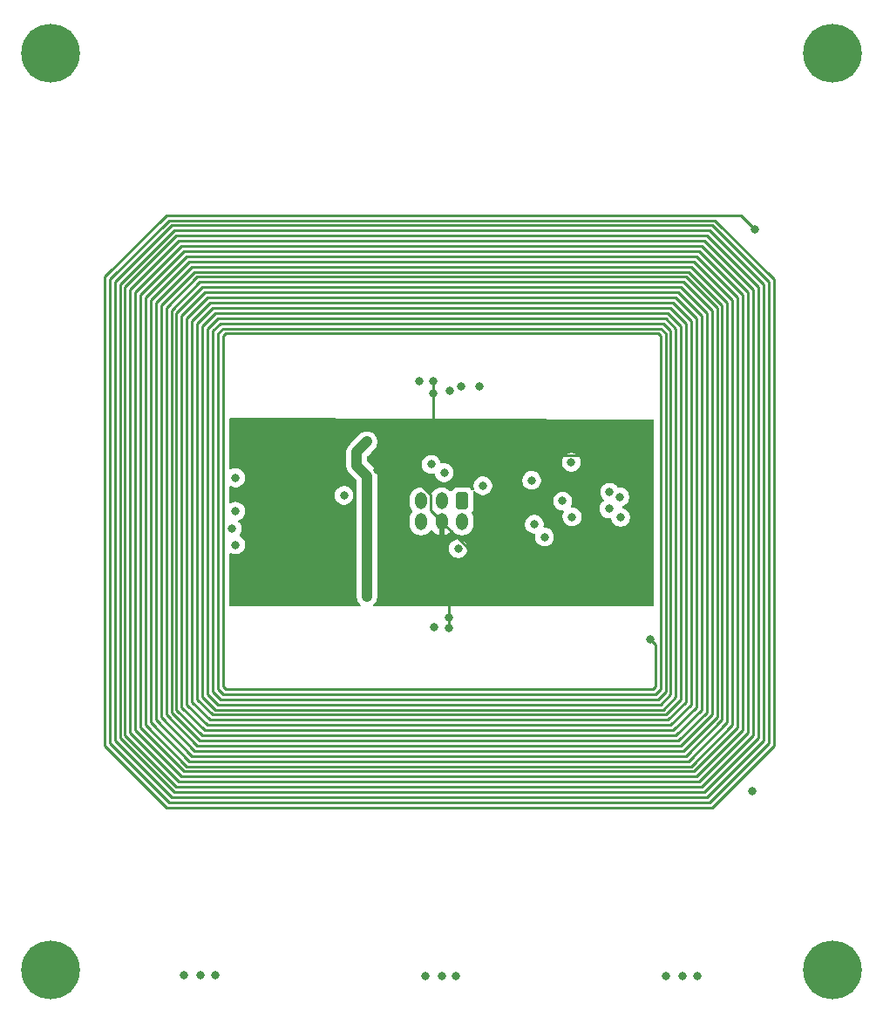
<source format=gbr>
%TF.GenerationSoftware,KiCad,Pcbnew,9.0.0*%
%TF.CreationDate,2025-09-01T12:08:49-07:00*%
%TF.ProjectId,XY_Faces_V3,58595f46-6163-4657-935f-56332e6b6963,3.0*%
%TF.SameCoordinates,Original*%
%TF.FileFunction,Copper,L3,Inr*%
%TF.FilePolarity,Positive*%
%FSLAX46Y46*%
G04 Gerber Fmt 4.6, Leading zero omitted, Abs format (unit mm)*
G04 Created by KiCad (PCBNEW 9.0.0) date 2025-09-01 12:08:49*
%MOMM*%
%LPD*%
G01*
G04 APERTURE LIST*
G04 Aperture macros list*
%AMRoundRect*
0 Rectangle with rounded corners*
0 $1 Rounding radius*
0 $2 $3 $4 $5 $6 $7 $8 $9 X,Y pos of 4 corners*
0 Add a 4 corners polygon primitive as box body*
4,1,4,$2,$3,$4,$5,$6,$7,$8,$9,$2,$3,0*
0 Add four circle primitives for the rounded corners*
1,1,$1+$1,$2,$3*
1,1,$1+$1,$4,$5*
1,1,$1+$1,$6,$7*
1,1,$1+$1,$8,$9*
0 Add four rect primitives between the rounded corners*
20,1,$1+$1,$2,$3,$4,$5,0*
20,1,$1+$1,$4,$5,$6,$7,0*
20,1,$1+$1,$6,$7,$8,$9,0*
20,1,$1+$1,$8,$9,$2,$3,0*%
G04 Aperture macros list end*
%TA.AperFunction,ComponentPad*%
%ADD10C,5.700000*%
%TD*%
%TA.AperFunction,ComponentPad*%
%ADD11RoundRect,0.250000X0.350000X0.575000X-0.350000X0.575000X-0.350000X-0.575000X0.350000X-0.575000X0*%
%TD*%
%TA.AperFunction,ComponentPad*%
%ADD12O,1.200000X1.650000*%
%TD*%
%TA.AperFunction,ViaPad*%
%ADD13C,0.800000*%
%TD*%
%TA.AperFunction,Conductor*%
%ADD14C,0.250000*%
%TD*%
%TA.AperFunction,Conductor*%
%ADD15C,1.000000*%
%TD*%
G04 APERTURE END LIST*
D10*
%TO.N,unconnected-(J2-Pin_1-Pad1)*%
%TO.C,J2*%
X106500000Y-70300000D03*
%TD*%
%TO.N,unconnected-(J3-Pin_1-Pad1)*%
%TO.C,J3*%
X106500000Y-159300000D03*
%TD*%
%TO.N,unconnected-(J4-Pin_1-Pad1)*%
%TO.C,J4*%
X182500000Y-70300000D03*
%TD*%
%TO.N,unconnected-(J5-Pin_1-Pad1)*%
%TO.C,J5*%
X182500000Y-159300000D03*
%TD*%
D11*
%TO.N,GND*%
%TO.C,CN1*%
X146500001Y-113750001D03*
D12*
%TO.N,SDAIN*%
X146500001Y-115750002D03*
%TO.N,VSOLAR*%
X144500000Y-113750001D03*
%TO.N,+3V3*%
X144500001Y-115750001D03*
%TO.N,VSOLAR*%
X142500001Y-113750001D03*
%TO.N,SCLIN*%
X142500000Y-115750001D03*
%TD*%
D13*
%TO.N,+3V3*%
X145200000Y-125100000D03*
%TO.N,GND*%
X145272182Y-103027818D03*
X143800000Y-126000000D03*
%TO.N,+3V3*%
X143700000Y-103300000D03*
X145200000Y-126100000D03*
X143700000Y-102100000D03*
%TO.N,VSOLAR*%
X148200000Y-102600000D03*
X146400000Y-102600000D03*
%TO.N,SCLIN*%
X142300000Y-102100000D03*
%TO.N,GND*%
X153500000Y-116000000D03*
X154500000Y-117250000D03*
X146112347Y-118387653D03*
X153250000Y-111750000D03*
X169300000Y-159860000D03*
X160825000Y-112900000D03*
X157100000Y-110000000D03*
X144520000Y-159900000D03*
X119500000Y-159800000D03*
X167920000Y-159860000D03*
X144750000Y-111000000D03*
X142900000Y-159900000D03*
X166300000Y-159860000D03*
X145900000Y-159900000D03*
X135015253Y-113208948D03*
X121120000Y-159800000D03*
X124150000Y-116450000D03*
X122500000Y-159800000D03*
X160750000Y-114500000D03*
%TO.N,+3V3*%
X150250000Y-111000000D03*
X163300000Y-116900000D03*
X138227388Y-110744462D03*
X135750000Y-115750000D03*
X140346149Y-114850001D03*
X160750000Y-109750000D03*
X158775000Y-116900000D03*
X155500000Y-109750000D03*
%TO.N,VSOLAR*%
X124500000Y-114750000D03*
X124500000Y-111500000D03*
X124500000Y-118000000D03*
%TO.N,/SDA*%
X157165885Y-115284647D03*
X156250000Y-113750000D03*
%TO.N,/SCL*%
X148508348Y-112272245D03*
X143496487Y-110201487D03*
%TO.N,Net-(SC3--)*%
X137250000Y-123000000D03*
X136250000Y-109000000D03*
X137250000Y-108000000D03*
X137250000Y-121000000D03*
%TO.N,Net-(U3-OUT+)*%
X161890000Y-115330000D03*
X174680000Y-141950000D03*
X161820000Y-113350000D03*
X164800000Y-127190000D03*
X174900000Y-87350000D03*
%TD*%
D14*
%TO.N,+3V3*%
X145200000Y-125000000D02*
X145200000Y-126100000D01*
X145200000Y-123100000D02*
X145300000Y-123000000D01*
X145200000Y-125000000D02*
X145200000Y-123100000D01*
X143700000Y-102100000D02*
X143700000Y-106500000D01*
X158775000Y-116900000D02*
X163300000Y-116900000D01*
X143426001Y-114676001D02*
X143426001Y-113141439D01*
X147355000Y-118605000D02*
X144500001Y-115750001D01*
X163300000Y-116900000D02*
X163300000Y-112300000D01*
X144500001Y-115750001D02*
X143426001Y-114676001D01*
X150050000Y-118605000D02*
X147355000Y-118605000D01*
X157070000Y-118605000D02*
X158775000Y-116900000D01*
X143426001Y-113141439D02*
X141029024Y-110744462D01*
X150250000Y-111000000D02*
X151500000Y-109750000D01*
X141029024Y-110744462D02*
X138227388Y-110744462D01*
X150050000Y-111200000D02*
X150050000Y-118605000D01*
X150050000Y-118605000D02*
X157070000Y-118605000D01*
X163300000Y-112300000D02*
X160750000Y-109750000D01*
X151500000Y-109750000D02*
X155500000Y-109750000D01*
X150250000Y-111000000D02*
X150050000Y-111200000D01*
X155976000Y-109274000D02*
X160274000Y-109274000D01*
X160274000Y-109274000D02*
X160750000Y-109750000D01*
X155500000Y-109750000D02*
X155976000Y-109274000D01*
D15*
%TO.N,Net-(SC3--)*%
X137250000Y-111324124D02*
X137250000Y-121000000D01*
X136250000Y-109000000D02*
X136250000Y-110324124D01*
X137250000Y-108000000D02*
X136250000Y-109000000D01*
X136250000Y-110324124D02*
X137250000Y-111324124D01*
X137250000Y-121000000D02*
X137250000Y-123000000D01*
D14*
%TO.N,Net-(U3-OUT+)*%
X166500000Y-95500000D02*
X167750000Y-96750000D01*
X121750000Y-135500000D02*
X119750000Y-133500000D01*
X121250000Y-132750000D02*
X121250000Y-96750000D01*
X166500000Y-135000000D02*
X122000000Y-135000000D01*
X123250000Y-132500000D02*
X122750000Y-132000000D01*
X112750000Y-137000000D02*
X112750000Y-92500000D01*
X118750000Y-95500000D02*
X121250000Y-93000000D01*
X122250000Y-134500000D02*
X120750000Y-133000000D01*
X120750000Y-96500000D02*
X122250000Y-95000000D01*
X167750000Y-93000000D02*
X170250000Y-95500000D01*
X167000000Y-94500000D02*
X168750000Y-96250000D01*
X167000000Y-136000000D02*
X121500000Y-136000000D01*
X121750000Y-94000000D02*
X167250000Y-94000000D01*
X120750000Y-137500000D02*
X117750000Y-134500000D01*
X112250000Y-92250000D02*
X118000000Y-86500000D01*
X113250000Y-136750000D02*
X113250000Y-92750000D01*
X169500000Y-141000000D02*
X119000000Y-141000000D01*
X123250000Y-97750000D02*
X123500000Y-97500000D01*
X116250000Y-135250000D02*
X116250000Y-94250000D01*
X122750000Y-96000000D02*
X166250000Y-96000000D01*
X117250000Y-134750000D02*
X117250000Y-94750000D01*
X119000000Y-141000000D02*
X114250000Y-136250000D01*
X170250000Y-88000000D02*
X175250000Y-93000000D01*
X169750000Y-141500000D02*
X118750000Y-141500000D01*
X171750000Y-94750000D02*
X171750000Y-135000000D01*
X172750000Y-94250000D02*
X172750000Y-135500000D01*
X174750000Y-93250000D02*
X174750000Y-136500000D01*
X166250000Y-97500000D02*
X166250000Y-132250000D01*
X168750000Y-91000000D02*
X172250000Y-94500000D01*
X165000000Y-132000000D02*
X123500000Y-132000000D01*
X173750000Y-136000000D02*
X169250000Y-140500000D01*
X170750000Y-134500000D02*
X167750000Y-137500000D01*
X111750000Y-137500000D02*
X111750000Y-92000000D01*
X120250000Y-133250000D02*
X120250000Y-96250000D01*
X121000000Y-92500000D02*
X168000000Y-92500000D01*
X118000000Y-143000000D02*
X112250000Y-137250000D01*
X123000000Y-133000000D02*
X122250000Y-132250000D01*
X116250000Y-94250000D02*
X120000000Y-90500000D01*
X164800000Y-127190000D02*
X165290000Y-127680000D01*
X168250000Y-96500000D02*
X168250000Y-133250000D01*
X122250000Y-132250000D02*
X122250000Y-97250000D01*
X119500000Y-89500000D02*
X169500000Y-89500000D01*
X170750000Y-143500000D02*
X117750000Y-143500000D01*
X171000000Y-86500000D02*
X176750000Y-92250000D01*
X168250000Y-92000000D02*
X171250000Y-95000000D01*
X122750000Y-132000000D02*
X122750000Y-97500000D01*
X118250000Y-142500000D02*
X112750000Y-137000000D01*
X123250000Y-97000000D02*
X165750000Y-97000000D01*
X170500000Y-87500000D02*
X175750000Y-92750000D01*
X121750000Y-132500000D02*
X121750000Y-97000000D01*
X119250000Y-140500000D02*
X114750000Y-136000000D01*
X167750000Y-137500000D02*
X120750000Y-137500000D01*
X166750000Y-97250000D02*
X166750000Y-132500000D01*
X115250000Y-93750000D02*
X119500000Y-89500000D01*
X117750000Y-143500000D02*
X111750000Y-137500000D01*
X121000000Y-137000000D02*
X118250000Y-134250000D01*
X166750000Y-135500000D02*
X121750000Y-135500000D01*
X119250000Y-133750000D02*
X119250000Y-95750000D01*
X118750000Y-134000000D02*
X118750000Y-95500000D01*
X121500000Y-93500000D02*
X167500000Y-93500000D01*
X118250000Y-87000000D02*
X170750000Y-87000000D01*
X175250000Y-93000000D02*
X175250000Y-136750000D01*
X169750000Y-89000000D02*
X174250000Y-93500000D01*
X120750000Y-133000000D02*
X120750000Y-96500000D01*
X173750000Y-93750000D02*
X173750000Y-136000000D01*
X121250000Y-136500000D02*
X118750000Y-134000000D01*
X176750000Y-137500000D02*
X170750000Y-143500000D01*
X122750000Y-97500000D02*
X123250000Y-97000000D01*
X174750000Y-136500000D02*
X169750000Y-141500000D01*
X119750000Y-90000000D02*
X169250000Y-90000000D01*
X165500000Y-97500000D02*
X165750000Y-97750000D01*
X170500000Y-143000000D02*
X118000000Y-143000000D01*
X117750000Y-134500000D02*
X117750000Y-95000000D01*
X172750000Y-135500000D02*
X168750000Y-139500000D01*
X173250000Y-135750000D02*
X169000000Y-140000000D01*
X169000000Y-90500000D02*
X172750000Y-94250000D01*
X117250000Y-94750000D02*
X120500000Y-91500000D01*
X166750000Y-132500000D02*
X165750000Y-133500000D01*
X114750000Y-93500000D02*
X119250000Y-89000000D01*
X174250000Y-136250000D02*
X169500000Y-141000000D01*
X119500000Y-140000000D02*
X115250000Y-135750000D01*
X113750000Y-93000000D02*
X118750000Y-88000000D01*
X169250000Y-140500000D02*
X119250000Y-140500000D01*
X168000000Y-92500000D02*
X170750000Y-95250000D01*
X171250000Y-134750000D02*
X168000000Y-138000000D01*
X170000000Y-88500000D02*
X174750000Y-93250000D01*
X167750000Y-96750000D02*
X167750000Y-133000000D01*
X168500000Y-91500000D02*
X171750000Y-94750000D01*
X122000000Y-94500000D02*
X167000000Y-94500000D01*
X169750000Y-134000000D02*
X167250000Y-136500000D01*
X165750000Y-97000000D02*
X166250000Y-97500000D01*
X165250000Y-132500000D02*
X123250000Y-132500000D01*
X117750000Y-95000000D02*
X120750000Y-92000000D01*
X167500000Y-93500000D02*
X169750000Y-95750000D01*
X120250000Y-91000000D02*
X168750000Y-91000000D01*
X121250000Y-96750000D02*
X122500000Y-95500000D01*
X169500000Y-89500000D02*
X173750000Y-93750000D01*
X170250000Y-134250000D02*
X167500000Y-137000000D01*
X123500000Y-132000000D02*
X123250000Y-131750000D01*
X119750000Y-133500000D02*
X119750000Y-96000000D01*
X169250000Y-133750000D02*
X167000000Y-136000000D01*
X170250000Y-142500000D02*
X118250000Y-142500000D01*
X122250000Y-97250000D02*
X123000000Y-96500000D01*
X121250000Y-93000000D02*
X167750000Y-93000000D01*
X118000000Y-86500000D02*
X171000000Y-86500000D01*
X120250000Y-138500000D02*
X116750000Y-135000000D01*
X166250000Y-132250000D02*
X165500000Y-133000000D01*
X176250000Y-92500000D02*
X176250000Y-137250000D01*
X165500000Y-133000000D02*
X123000000Y-133000000D01*
X167500000Y-137000000D02*
X121000000Y-137000000D01*
X166000000Y-134000000D02*
X122500000Y-134000000D01*
X114250000Y-136250000D02*
X114250000Y-93250000D01*
X176250000Y-137250000D02*
X170500000Y-143000000D01*
X170750000Y-87000000D02*
X176250000Y-92500000D01*
X123000000Y-96500000D02*
X166000000Y-96500000D01*
X166250000Y-134500000D02*
X122250000Y-134500000D01*
X117750000Y-86000000D02*
X173550000Y-86000000D01*
X115750000Y-135500000D02*
X115750000Y-94000000D01*
X118750000Y-141500000D02*
X113750000Y-136500000D01*
X172250000Y-94500000D02*
X172250000Y-135250000D01*
X118250000Y-95250000D02*
X121000000Y-92500000D01*
X165750000Y-133500000D02*
X122750000Y-133500000D01*
X120000000Y-90500000D02*
X169000000Y-90500000D01*
X170250000Y-95500000D02*
X170250000Y-134250000D01*
X166000000Y-96500000D02*
X166750000Y-97250000D01*
X120250000Y-96250000D02*
X122000000Y-94500000D01*
X114750000Y-136000000D02*
X114750000Y-93500000D01*
X166250000Y-96000000D02*
X167250000Y-97000000D01*
X115250000Y-135750000D02*
X115250000Y-93750000D01*
X167250000Y-132750000D02*
X166000000Y-134000000D01*
X165750000Y-132000000D02*
X165250000Y-132500000D01*
X120500000Y-91500000D02*
X168500000Y-91500000D01*
X112250000Y-137250000D02*
X112250000Y-92250000D01*
X170000000Y-142000000D02*
X118500000Y-142000000D01*
X167250000Y-97000000D02*
X167250000Y-132750000D01*
X168250000Y-133250000D02*
X166500000Y-135000000D01*
X121750000Y-97000000D02*
X122750000Y-96000000D01*
X167250000Y-94000000D02*
X169250000Y-96000000D01*
X169000000Y-140000000D02*
X119500000Y-140000000D01*
X113750000Y-136500000D02*
X113750000Y-93000000D01*
X118250000Y-134250000D02*
X118250000Y-95250000D01*
X116750000Y-94500000D02*
X120250000Y-91000000D01*
X173250000Y-94000000D02*
X173250000Y-135750000D01*
X119250000Y-89000000D02*
X169750000Y-89000000D01*
X119750000Y-139500000D02*
X115750000Y-135500000D01*
X120000000Y-139000000D02*
X116250000Y-135250000D01*
X111750000Y-92000000D02*
X117750000Y-86000000D01*
X120500000Y-138000000D02*
X117250000Y-134750000D01*
X166750000Y-95000000D02*
X168250000Y-96500000D01*
X122000000Y-135000000D02*
X120250000Y-133250000D01*
X165290000Y-127680000D02*
X165290000Y-131710000D01*
X168000000Y-138000000D02*
X120500000Y-138000000D01*
X176750000Y-92250000D02*
X176750000Y-137500000D01*
X122500000Y-134000000D02*
X121250000Y-132750000D01*
X168750000Y-133500000D02*
X166750000Y-135500000D01*
X170750000Y-95250000D02*
X170750000Y-134500000D01*
X172250000Y-135250000D02*
X168500000Y-139000000D01*
X165290000Y-131710000D02*
X165000000Y-132000000D01*
X119750000Y-96000000D02*
X121750000Y-94000000D01*
X171250000Y-95000000D02*
X171250000Y-134750000D01*
X116750000Y-135000000D02*
X116750000Y-94500000D01*
X119000000Y-88500000D02*
X170000000Y-88500000D01*
X118750000Y-88000000D02*
X170250000Y-88000000D01*
X169750000Y-95750000D02*
X169750000Y-134000000D01*
X168750000Y-139500000D02*
X119750000Y-139500000D01*
X167750000Y-133000000D02*
X166250000Y-134500000D01*
X122750000Y-133500000D02*
X121750000Y-132500000D01*
X122500000Y-95500000D02*
X166500000Y-95500000D01*
X113250000Y-92750000D02*
X118500000Y-87500000D01*
X173550000Y-86000000D02*
X174900000Y-87350000D01*
X174250000Y-93500000D02*
X174250000Y-136250000D01*
X169250000Y-90000000D02*
X173250000Y-94000000D01*
X122250000Y-95000000D02*
X166750000Y-95000000D01*
X175250000Y-136750000D02*
X170000000Y-142000000D01*
X165750000Y-97750000D02*
X165750000Y-132000000D01*
X168500000Y-139000000D02*
X120000000Y-139000000D01*
X167250000Y-136500000D02*
X121250000Y-136500000D01*
X123500000Y-97500000D02*
X165500000Y-97500000D01*
X168750000Y-96250000D02*
X168750000Y-133500000D01*
X168250000Y-138500000D02*
X120250000Y-138500000D01*
X123250000Y-131750000D02*
X123250000Y-97750000D01*
X120750000Y-92000000D02*
X168250000Y-92000000D01*
X171750000Y-135000000D02*
X168250000Y-138500000D01*
X175750000Y-92750000D02*
X175750000Y-137000000D01*
X118500000Y-142000000D02*
X113250000Y-136750000D01*
X118500000Y-87500000D02*
X170500000Y-87500000D01*
X114250000Y-93250000D02*
X119000000Y-88500000D01*
X119250000Y-95750000D02*
X121500000Y-93500000D01*
X169250000Y-96000000D02*
X169250000Y-133750000D01*
X175750000Y-137000000D02*
X170250000Y-142500000D01*
X112750000Y-92500000D02*
X118250000Y-87000000D01*
X121500000Y-136000000D02*
X119250000Y-133750000D01*
X115750000Y-94000000D02*
X119750000Y-90000000D01*
%TD*%
%TA.AperFunction,Conductor*%
%TO.N,+3V3*%
G36*
X164990854Y-105809244D02*
G01*
X165058918Y-105829438D01*
X165105260Y-105883224D01*
X165116500Y-105935244D01*
X165116500Y-123874000D01*
X165096498Y-123942121D01*
X165042842Y-123988614D01*
X164990500Y-124000000D01*
X137980424Y-124000000D01*
X137912303Y-123979998D01*
X137865810Y-123926342D01*
X137855706Y-123856068D01*
X137885200Y-123791488D01*
X137891329Y-123784905D01*
X137892881Y-123783353D01*
X138033353Y-123642881D01*
X138143721Y-123477704D01*
X138219744Y-123294169D01*
X138258500Y-123099329D01*
X138258500Y-120900671D01*
X138258500Y-118298171D01*
X145203847Y-118298171D01*
X145203847Y-118298174D01*
X145203847Y-118477132D01*
X145224136Y-118579135D01*
X145238761Y-118652656D01*
X145258820Y-118701082D01*
X145307245Y-118817989D01*
X145406669Y-118966788D01*
X145533212Y-119093331D01*
X145682011Y-119192755D01*
X145847347Y-119261240D01*
X146022868Y-119296153D01*
X146022869Y-119296153D01*
X146201825Y-119296153D01*
X146201826Y-119296153D01*
X146377347Y-119261240D01*
X146542683Y-119192755D01*
X146691482Y-119093331D01*
X146818025Y-118966788D01*
X146917449Y-118817989D01*
X146985934Y-118652653D01*
X147020847Y-118477132D01*
X147020847Y-118298174D01*
X146985934Y-118122653D01*
X146917449Y-117957317D01*
X146818025Y-117808518D01*
X146691482Y-117681975D01*
X146542683Y-117582551D01*
X146425776Y-117534126D01*
X146377350Y-117514067D01*
X146377348Y-117514066D01*
X146377347Y-117514066D01*
X146288992Y-117496491D01*
X146201828Y-117479153D01*
X146201826Y-117479153D01*
X146022868Y-117479153D01*
X146022865Y-117479153D01*
X145892118Y-117505160D01*
X145847347Y-117514066D01*
X145847346Y-117514066D01*
X145847343Y-117514067D01*
X145682009Y-117582552D01*
X145533216Y-117681972D01*
X145533209Y-117681977D01*
X145406671Y-117808515D01*
X145406666Y-117808522D01*
X145307246Y-117957315D01*
X145238761Y-118122649D01*
X145203847Y-118298171D01*
X138258500Y-118298171D01*
X138258500Y-115437760D01*
X141391500Y-115437760D01*
X141391500Y-116062242D01*
X141418795Y-116234575D01*
X141418796Y-116234578D01*
X141464880Y-116376414D01*
X141472712Y-116400517D01*
X141545985Y-116544322D01*
X141551928Y-116555985D01*
X141568744Y-116579130D01*
X141654483Y-116697140D01*
X141654484Y-116697141D01*
X141654485Y-116697142D01*
X141654487Y-116697145D01*
X141777855Y-116820513D01*
X141777858Y-116820515D01*
X141777861Y-116820518D01*
X141919019Y-116923075D01*
X142074484Y-117002289D01*
X142240426Y-117056206D01*
X142412759Y-117083501D01*
X142412762Y-117083501D01*
X142587238Y-117083501D01*
X142587241Y-117083501D01*
X142759574Y-117056206D01*
X142925516Y-117002289D01*
X143080981Y-116923075D01*
X143222139Y-116820518D01*
X143345517Y-116697140D01*
X143398375Y-116624386D01*
X143454594Y-116581035D01*
X143525330Y-116574958D01*
X143588122Y-116608089D01*
X143602245Y-116624388D01*
X143654867Y-116696816D01*
X143778182Y-116820131D01*
X143778185Y-116820133D01*
X143919279Y-116922644D01*
X144074675Y-117001823D01*
X144074681Y-117001826D01*
X144240535Y-117055715D01*
X144246001Y-117056581D01*
X144246001Y-116094101D01*
X144335957Y-116146038D01*
X144444049Y-116175001D01*
X144555953Y-116175001D01*
X144664045Y-116146038D01*
X144754001Y-116094101D01*
X144754001Y-117056581D01*
X144759466Y-117055715D01*
X144925320Y-117001826D01*
X144925326Y-117001823D01*
X145080722Y-116922644D01*
X145221816Y-116820133D01*
X145221819Y-116820131D01*
X145345131Y-116696819D01*
X145397754Y-116624390D01*
X145453977Y-116581035D01*
X145524713Y-116574959D01*
X145587505Y-116608091D01*
X145601625Y-116624387D01*
X145654484Y-116697141D01*
X145654485Y-116697142D01*
X145654486Y-116697143D01*
X145654488Y-116697146D01*
X145777856Y-116820514D01*
X145777859Y-116820516D01*
X145777862Y-116820519D01*
X145919020Y-116923076D01*
X146074485Y-117002290D01*
X146240427Y-117056207D01*
X146412760Y-117083502D01*
X146412763Y-117083502D01*
X146587239Y-117083502D01*
X146587242Y-117083502D01*
X146759575Y-117056207D01*
X146925517Y-117002290D01*
X147080982Y-116923076D01*
X147222140Y-116820519D01*
X147345518Y-116697141D01*
X147448075Y-116555983D01*
X147527289Y-116400518D01*
X147581206Y-116234576D01*
X147608501Y-116062243D01*
X147608501Y-115910518D01*
X152591500Y-115910518D01*
X152591500Y-116089481D01*
X152600575Y-116135102D01*
X152626413Y-116265000D01*
X152694898Y-116430336D01*
X152794322Y-116579135D01*
X152920865Y-116705678D01*
X153069664Y-116805102D01*
X153235000Y-116873587D01*
X153410521Y-116908500D01*
X153410522Y-116908500D01*
X153488099Y-116908500D01*
X153556220Y-116928502D01*
X153602713Y-116982158D01*
X153612817Y-117052432D01*
X153611682Y-117059056D01*
X153606820Y-117083501D01*
X153591500Y-117160518D01*
X153591500Y-117160521D01*
X153591500Y-117339479D01*
X153626413Y-117515000D01*
X153694898Y-117680336D01*
X153794322Y-117829135D01*
X153920865Y-117955678D01*
X154069664Y-118055102D01*
X154235000Y-118123587D01*
X154410521Y-118158500D01*
X154410522Y-118158500D01*
X154589478Y-118158500D01*
X154589479Y-118158500D01*
X154765000Y-118123587D01*
X154930336Y-118055102D01*
X155079135Y-117955678D01*
X155205678Y-117829135D01*
X155305102Y-117680336D01*
X155373587Y-117515000D01*
X155408500Y-117339479D01*
X155408500Y-117160521D01*
X155373587Y-116985000D01*
X155305102Y-116819664D01*
X155205678Y-116670865D01*
X155079135Y-116544322D01*
X154930336Y-116444898D01*
X154813429Y-116396473D01*
X154765003Y-116376414D01*
X154765001Y-116376413D01*
X154765000Y-116376413D01*
X154676645Y-116358838D01*
X154589481Y-116341500D01*
X154589479Y-116341500D01*
X154511902Y-116341500D01*
X154443781Y-116321498D01*
X154397288Y-116267842D01*
X154387184Y-116197568D01*
X154388323Y-116190919D01*
X154408499Y-116089484D01*
X154408498Y-116089484D01*
X154408500Y-116089479D01*
X154408500Y-115910521D01*
X154373587Y-115735000D01*
X154305102Y-115569664D01*
X154205678Y-115420865D01*
X154079135Y-115294322D01*
X153930336Y-115194898D01*
X153813429Y-115146473D01*
X153765003Y-115126414D01*
X153765001Y-115126413D01*
X153765000Y-115126413D01*
X153676645Y-115108838D01*
X153589481Y-115091500D01*
X153589479Y-115091500D01*
X153410521Y-115091500D01*
X153410518Y-115091500D01*
X153279771Y-115117507D01*
X153235000Y-115126413D01*
X153234999Y-115126413D01*
X153234996Y-115126414D01*
X153069662Y-115194899D01*
X152920869Y-115294319D01*
X152920862Y-115294324D01*
X152794324Y-115420862D01*
X152794319Y-115420869D01*
X152704629Y-115555101D01*
X152694898Y-115569664D01*
X152691845Y-115577034D01*
X152626414Y-115734996D01*
X152591500Y-115910518D01*
X147608501Y-115910518D01*
X147608501Y-115437761D01*
X147581206Y-115265428D01*
X147527289Y-115099486D01*
X147448075Y-114944021D01*
X147448071Y-114944016D01*
X147448070Y-114944013D01*
X147445487Y-114939797D01*
X147447024Y-114938854D01*
X147425780Y-114879293D01*
X147441867Y-114810143D01*
X147445329Y-114804992D01*
X147445178Y-114804899D01*
X147449031Y-114798653D01*
X147542116Y-114647739D01*
X147597888Y-114479427D01*
X147608501Y-114375546D01*
X147608500Y-113660518D01*
X155341500Y-113660518D01*
X155341500Y-113839481D01*
X155376414Y-114015003D01*
X155393263Y-114055680D01*
X155444898Y-114180336D01*
X155544322Y-114329135D01*
X155670865Y-114455678D01*
X155819664Y-114555102D01*
X155985000Y-114623587D01*
X156160521Y-114658500D01*
X156160522Y-114658500D01*
X156255890Y-114658500D01*
X156324011Y-114678502D01*
X156370504Y-114732158D01*
X156380608Y-114802432D01*
X156362970Y-114848464D01*
X156363700Y-114848854D01*
X156360784Y-114854307D01*
X156292299Y-115019643D01*
X156257385Y-115195165D01*
X156257385Y-115374128D01*
X156270042Y-115437760D01*
X156291019Y-115543218D01*
X156292299Y-115549650D01*
X156300589Y-115569664D01*
X156360783Y-115714983D01*
X156460207Y-115863782D01*
X156586750Y-115990325D01*
X156735549Y-116089749D01*
X156900885Y-116158234D01*
X157076406Y-116193147D01*
X157076407Y-116193147D01*
X157255363Y-116193147D01*
X157255364Y-116193147D01*
X157430885Y-116158234D01*
X157596221Y-116089749D01*
X157745020Y-115990325D01*
X157871563Y-115863782D01*
X157970987Y-115714983D01*
X158039472Y-115549647D01*
X158074385Y-115374126D01*
X158074385Y-115195168D01*
X158039472Y-115019647D01*
X157970987Y-114854311D01*
X157871563Y-114705512D01*
X157745020Y-114578969D01*
X157745017Y-114578967D01*
X157745011Y-114578962D01*
X157640499Y-114509130D01*
X157640447Y-114509096D01*
X157596222Y-114479546D01*
X157596223Y-114479546D01*
X157596221Y-114479545D01*
X157451495Y-114419597D01*
X157430888Y-114411061D01*
X157430886Y-114411060D01*
X157430885Y-114411060D01*
X157428160Y-114410518D01*
X159841500Y-114410518D01*
X159841500Y-114589481D01*
X159855229Y-114658499D01*
X159876413Y-114765000D01*
X159944898Y-114930336D01*
X160044322Y-115079135D01*
X160170865Y-115205678D01*
X160319664Y-115305102D01*
X160485000Y-115373587D01*
X160660521Y-115408500D01*
X160660522Y-115408500D01*
X160839479Y-115408500D01*
X160850413Y-115406325D01*
X160921127Y-115412652D01*
X160977195Y-115456206D01*
X160998575Y-115505322D01*
X161016413Y-115595000D01*
X161084898Y-115760336D01*
X161184322Y-115909135D01*
X161310865Y-116035678D01*
X161459664Y-116135102D01*
X161625000Y-116203587D01*
X161800521Y-116238500D01*
X161800522Y-116238500D01*
X161979478Y-116238500D01*
X161979479Y-116238500D01*
X162155000Y-116203587D01*
X162320336Y-116135102D01*
X162469135Y-116035678D01*
X162595678Y-115909135D01*
X162695102Y-115760336D01*
X162763587Y-115595000D01*
X162798500Y-115419479D01*
X162798500Y-115240521D01*
X162763587Y-115065000D01*
X162695102Y-114899664D01*
X162595678Y-114750865D01*
X162469135Y-114624322D01*
X162320336Y-114524898D01*
X162210848Y-114479546D01*
X162154999Y-114456412D01*
X162135356Y-114452505D01*
X162072447Y-114419597D01*
X162037317Y-114357901D01*
X162041118Y-114287006D01*
X162082645Y-114229421D01*
X162111720Y-114212519D01*
X162250336Y-114155102D01*
X162399135Y-114055678D01*
X162525678Y-113929135D01*
X162625102Y-113780336D01*
X162693587Y-113615000D01*
X162728500Y-113439479D01*
X162728500Y-113260521D01*
X162693587Y-113085000D01*
X162625102Y-112919664D01*
X162525678Y-112770865D01*
X162399135Y-112644322D01*
X162250336Y-112544898D01*
X162100627Y-112482886D01*
X162085003Y-112476414D01*
X162085001Y-112476413D01*
X162085000Y-112476413D01*
X161996645Y-112458838D01*
X161909481Y-112441500D01*
X161909479Y-112441500D01*
X161730521Y-112441500D01*
X161730520Y-112441500D01*
X161730510Y-112441501D01*
X161707841Y-112446010D01*
X161637127Y-112439681D01*
X161581061Y-112396126D01*
X161578522Y-112392470D01*
X161530678Y-112320865D01*
X161404135Y-112194322D01*
X161255336Y-112094898D01*
X161138429Y-112046473D01*
X161090003Y-112026414D01*
X161090001Y-112026413D01*
X161090000Y-112026413D01*
X160993615Y-112007241D01*
X160914481Y-111991500D01*
X160914479Y-111991500D01*
X160735521Y-111991500D01*
X160735518Y-111991500D01*
X160617362Y-112015003D01*
X160560000Y-112026413D01*
X160559999Y-112026413D01*
X160559996Y-112026414D01*
X160394662Y-112094899D01*
X160245869Y-112194319D01*
X160245862Y-112194324D01*
X160119324Y-112320862D01*
X160119319Y-112320869D01*
X160029242Y-112455680D01*
X160019898Y-112469664D01*
X160017102Y-112476414D01*
X159951414Y-112634996D01*
X159951413Y-112634999D01*
X159951413Y-112635000D01*
X159946739Y-112658499D01*
X159916500Y-112810518D01*
X159916500Y-112810521D01*
X159916500Y-112989479D01*
X159951413Y-113165000D01*
X160019898Y-113330336D01*
X160119322Y-113479135D01*
X160119324Y-113479137D01*
X160220345Y-113580158D01*
X160254371Y-113642470D01*
X160249306Y-113713285D01*
X160206759Y-113770121D01*
X160201252Y-113774018D01*
X160170869Y-113794319D01*
X160170862Y-113794324D01*
X160044324Y-113920862D01*
X160044319Y-113920869D01*
X159954242Y-114055680D01*
X159944898Y-114069664D01*
X159939567Y-114082535D01*
X159876414Y-114234996D01*
X159876413Y-114234999D01*
X159876413Y-114235000D01*
X159871739Y-114258500D01*
X159841500Y-114410518D01*
X157428160Y-114410518D01*
X157342530Y-114393485D01*
X157255366Y-114376147D01*
X157255364Y-114376147D01*
X157159995Y-114376147D01*
X157091874Y-114356145D01*
X157045381Y-114302489D01*
X157035277Y-114232215D01*
X157052914Y-114186182D01*
X157052185Y-114185793D01*
X157055100Y-114180339D01*
X157055101Y-114180337D01*
X157055102Y-114180336D01*
X157123587Y-114015000D01*
X157158500Y-113839479D01*
X157158500Y-113660521D01*
X157123587Y-113485000D01*
X157055102Y-113319664D01*
X156955678Y-113170865D01*
X156829135Y-113044322D01*
X156680336Y-112944898D01*
X156546884Y-112889620D01*
X156515003Y-112876414D01*
X156515001Y-112876413D01*
X156515000Y-112876413D01*
X156389150Y-112851380D01*
X156339481Y-112841500D01*
X156339479Y-112841500D01*
X156160521Y-112841500D01*
X156160518Y-112841500D01*
X156029771Y-112867507D01*
X155985000Y-112876413D01*
X155984999Y-112876413D01*
X155984996Y-112876414D01*
X155868778Y-112924554D01*
X155821794Y-112944016D01*
X155819662Y-112944899D01*
X155670869Y-113044319D01*
X155670862Y-113044324D01*
X155544324Y-113170862D01*
X155544319Y-113170869D01*
X155459087Y-113298429D01*
X155444898Y-113319664D01*
X155440477Y-113330337D01*
X155376414Y-113484996D01*
X155341500Y-113660518D01*
X147608500Y-113660518D01*
X147608500Y-113124457D01*
X147607990Y-113119469D01*
X147597888Y-113020575D01*
X147578005Y-112960573D01*
X147575566Y-112889620D01*
X147611874Y-112828610D01*
X147675403Y-112796915D01*
X147745983Y-112804597D01*
X147798348Y-112846910D01*
X147798739Y-112846590D01*
X147800287Y-112848476D01*
X147801205Y-112849218D01*
X147802377Y-112850942D01*
X147802665Y-112851374D01*
X147802669Y-112851378D01*
X147802670Y-112851380D01*
X147929213Y-112977923D01*
X148078012Y-113077347D01*
X148243348Y-113145832D01*
X148418869Y-113180745D01*
X148418870Y-113180745D01*
X148597826Y-113180745D01*
X148597827Y-113180745D01*
X148773348Y-113145832D01*
X148938684Y-113077347D01*
X149087483Y-112977923D01*
X149214026Y-112851380D01*
X149313450Y-112702581D01*
X149381935Y-112537245D01*
X149416848Y-112361724D01*
X149416848Y-112182766D01*
X149381935Y-112007245D01*
X149313450Y-111841909D01*
X149214026Y-111693110D01*
X149181434Y-111660518D01*
X152341500Y-111660518D01*
X152341500Y-111660521D01*
X152341500Y-111839479D01*
X152376413Y-112015000D01*
X152444898Y-112180336D01*
X152544322Y-112329135D01*
X152670865Y-112455678D01*
X152819664Y-112555102D01*
X152985000Y-112623587D01*
X153160521Y-112658500D01*
X153160522Y-112658500D01*
X153339478Y-112658500D01*
X153339479Y-112658500D01*
X153515000Y-112623587D01*
X153680336Y-112555102D01*
X153829135Y-112455678D01*
X153955678Y-112329135D01*
X154055102Y-112180336D01*
X154123587Y-112015000D01*
X154158500Y-111839479D01*
X154158500Y-111660521D01*
X154123587Y-111485000D01*
X154055102Y-111319664D01*
X153955678Y-111170865D01*
X153829135Y-111044322D01*
X153680336Y-110944898D01*
X153563429Y-110896473D01*
X153515003Y-110876414D01*
X153515001Y-110876413D01*
X153515000Y-110876413D01*
X153426645Y-110858838D01*
X153339481Y-110841500D01*
X153339479Y-110841500D01*
X153160521Y-110841500D01*
X153160518Y-110841500D01*
X153029771Y-110867507D01*
X152985000Y-110876413D01*
X152984999Y-110876413D01*
X152984996Y-110876414D01*
X152819662Y-110944899D01*
X152670869Y-111044319D01*
X152670862Y-111044324D01*
X152544324Y-111170862D01*
X152544319Y-111170869D01*
X152444899Y-111319662D01*
X152376414Y-111484996D01*
X152341500Y-111660518D01*
X149181434Y-111660518D01*
X149087483Y-111566567D01*
X148938684Y-111467143D01*
X148801988Y-111410521D01*
X148773351Y-111398659D01*
X148773349Y-111398658D01*
X148773348Y-111398658D01*
X148684993Y-111381083D01*
X148597829Y-111363745D01*
X148597827Y-111363745D01*
X148418869Y-111363745D01*
X148418866Y-111363745D01*
X148288119Y-111389752D01*
X148243348Y-111398658D01*
X148243347Y-111398658D01*
X148243344Y-111398659D01*
X148078010Y-111467144D01*
X147929217Y-111566564D01*
X147929210Y-111566569D01*
X147802672Y-111693107D01*
X147802667Y-111693114D01*
X147703247Y-111841907D01*
X147634762Y-112007241D01*
X147634761Y-112007244D01*
X147634761Y-112007245D01*
X147633218Y-112015003D01*
X147599848Y-112182763D01*
X147599848Y-112361726D01*
X147634762Y-112537250D01*
X147639721Y-112549221D01*
X147647310Y-112619811D01*
X147615530Y-112683298D01*
X147554472Y-112719525D01*
X147483521Y-112716991D01*
X147434217Y-112686534D01*
X147323659Y-112575976D01*
X147323653Y-112575971D01*
X147289816Y-112555100D01*
X147172739Y-112482886D01*
X147088583Y-112455000D01*
X147004428Y-112427114D01*
X147004421Y-112427113D01*
X146900554Y-112416501D01*
X146099456Y-112416501D01*
X145995575Y-112427113D01*
X145827262Y-112482886D01*
X145676348Y-112575971D01*
X145676342Y-112575976D01*
X145550976Y-112701342D01*
X145550972Y-112701347D01*
X145517519Y-112755582D01*
X145464732Y-112803059D01*
X145394657Y-112814461D01*
X145329542Y-112786167D01*
X145321184Y-112778528D01*
X145222144Y-112679488D01*
X145222141Y-112679486D01*
X145222139Y-112679484D01*
X145080981Y-112576927D01*
X144925516Y-112497713D01*
X144925513Y-112497712D01*
X144925511Y-112497711D01*
X144759577Y-112443797D01*
X144759574Y-112443796D01*
X144587241Y-112416501D01*
X144412759Y-112416501D01*
X144240426Y-112443796D01*
X144240423Y-112443796D01*
X144240422Y-112443797D01*
X144074488Y-112497711D01*
X144074482Y-112497714D01*
X143919015Y-112576929D01*
X143777858Y-112679486D01*
X143777855Y-112679488D01*
X143654488Y-112802855D01*
X143601936Y-112875187D01*
X143545713Y-112918540D01*
X143474977Y-112924615D01*
X143412185Y-112891483D01*
X143398064Y-112875186D01*
X143345518Y-112802862D01*
X143345515Y-112802859D01*
X143345513Y-112802856D01*
X143222145Y-112679488D01*
X143222142Y-112679486D01*
X143222140Y-112679484D01*
X143080982Y-112576927D01*
X142925517Y-112497713D01*
X142925514Y-112497712D01*
X142925512Y-112497711D01*
X142759578Y-112443797D01*
X142759575Y-112443796D01*
X142587242Y-112416501D01*
X142412760Y-112416501D01*
X142240427Y-112443796D01*
X142240424Y-112443796D01*
X142240423Y-112443797D01*
X142074489Y-112497711D01*
X142074483Y-112497714D01*
X141919016Y-112576929D01*
X141777859Y-112679486D01*
X141777856Y-112679488D01*
X141654488Y-112802856D01*
X141654486Y-112802859D01*
X141551929Y-112944016D01*
X141472714Y-113099483D01*
X141472711Y-113099489D01*
X141418797Y-113265423D01*
X141418796Y-113265427D01*
X141391501Y-113437760D01*
X141391501Y-114062242D01*
X141418796Y-114234575D01*
X141418797Y-114234578D01*
X141464599Y-114375546D01*
X141472713Y-114400517D01*
X141551927Y-114555982D01*
X141626410Y-114658500D01*
X141639080Y-114675938D01*
X141662939Y-114742806D01*
X141646858Y-114811957D01*
X141639081Y-114824059D01*
X141551927Y-114944017D01*
X141472713Y-115099483D01*
X141472710Y-115099489D01*
X141426888Y-115240518D01*
X141418795Y-115265427D01*
X141391500Y-115437760D01*
X138258500Y-115437760D01*
X138258500Y-111224795D01*
X138219744Y-111029955D01*
X138170273Y-110910521D01*
X138143722Y-110846421D01*
X138033354Y-110681243D01*
X137464116Y-110112005D01*
X142587987Y-110112005D01*
X142587987Y-110290968D01*
X142588655Y-110294324D01*
X142622900Y-110466487D01*
X142691385Y-110631823D01*
X142790809Y-110780622D01*
X142917352Y-110907165D01*
X143066151Y-111006589D01*
X143231487Y-111075074D01*
X143407008Y-111109987D01*
X143407009Y-111109987D01*
X143585965Y-111109987D01*
X143585966Y-111109987D01*
X143712121Y-111084893D01*
X143782832Y-111091221D01*
X143838899Y-111134775D01*
X143860279Y-111183890D01*
X143876413Y-111265000D01*
X143944898Y-111430336D01*
X144044322Y-111579135D01*
X144170865Y-111705678D01*
X144319664Y-111805102D01*
X144485000Y-111873587D01*
X144660521Y-111908500D01*
X144660522Y-111908500D01*
X144839478Y-111908500D01*
X144839479Y-111908500D01*
X145015000Y-111873587D01*
X145180336Y-111805102D01*
X145329135Y-111705678D01*
X145455678Y-111579135D01*
X145555102Y-111430336D01*
X145623587Y-111265000D01*
X145658500Y-111089479D01*
X145658500Y-110910521D01*
X145623587Y-110735000D01*
X145555102Y-110569664D01*
X145455678Y-110420865D01*
X145329135Y-110294322D01*
X145180336Y-110194898D01*
X145063429Y-110146473D01*
X145015003Y-110126414D01*
X145015001Y-110126413D01*
X145015000Y-110126413D01*
X144926645Y-110108838D01*
X144839481Y-110091500D01*
X144839479Y-110091500D01*
X144660521Y-110091500D01*
X144660515Y-110091500D01*
X144534367Y-110116593D01*
X144525312Y-110115782D01*
X144516744Y-110118822D01*
X144490500Y-110112667D01*
X144463653Y-110110265D01*
X144456473Y-110104687D01*
X144447623Y-110102612D01*
X144428873Y-110083246D01*
X144407586Y-110066710D01*
X144403258Y-110056791D01*
X144398238Y-110051606D01*
X144386421Y-110018201D01*
X144386249Y-110017806D01*
X144370074Y-109936487D01*
X144359317Y-109910518D01*
X156191500Y-109910518D01*
X156191500Y-110089481D01*
X156226414Y-110265003D01*
X156246473Y-110313429D01*
X156294898Y-110430336D01*
X156394322Y-110579135D01*
X156520865Y-110705678D01*
X156669664Y-110805102D01*
X156835000Y-110873587D01*
X157010521Y-110908500D01*
X157010522Y-110908500D01*
X157189478Y-110908500D01*
X157189479Y-110908500D01*
X157365000Y-110873587D01*
X157530336Y-110805102D01*
X157679135Y-110705678D01*
X157805678Y-110579135D01*
X157905102Y-110430336D01*
X157973587Y-110265000D01*
X158008500Y-110089479D01*
X158008500Y-109910521D01*
X157973587Y-109735000D01*
X157905102Y-109569664D01*
X157805678Y-109420865D01*
X157679135Y-109294322D01*
X157530336Y-109194898D01*
X157413429Y-109146473D01*
X157365003Y-109126414D01*
X157365001Y-109126413D01*
X157365000Y-109126413D01*
X157276645Y-109108838D01*
X157189481Y-109091500D01*
X157189479Y-109091500D01*
X157010521Y-109091500D01*
X157010518Y-109091500D01*
X156879771Y-109117507D01*
X156835000Y-109126413D01*
X156834999Y-109126413D01*
X156834996Y-109126414D01*
X156669662Y-109194899D01*
X156520869Y-109294319D01*
X156520862Y-109294324D01*
X156394324Y-109420862D01*
X156394319Y-109420869D01*
X156294899Y-109569662D01*
X156226414Y-109734996D01*
X156191500Y-109910518D01*
X144359317Y-109910518D01*
X144301589Y-109771151D01*
X144202165Y-109622352D01*
X144075622Y-109495809D01*
X143926823Y-109396385D01*
X143809916Y-109347960D01*
X143761490Y-109327901D01*
X143761488Y-109327900D01*
X143761487Y-109327900D01*
X143673132Y-109310325D01*
X143585968Y-109292987D01*
X143585966Y-109292987D01*
X143407008Y-109292987D01*
X143407005Y-109292987D01*
X143276258Y-109318994D01*
X143231487Y-109327900D01*
X143231486Y-109327900D01*
X143231483Y-109327901D01*
X143066149Y-109396386D01*
X142917356Y-109495806D01*
X142917349Y-109495811D01*
X142790811Y-109622349D01*
X142790806Y-109622356D01*
X142691386Y-109771149D01*
X142622901Y-109936483D01*
X142587987Y-110112005D01*
X137464116Y-110112005D01*
X137295405Y-109943294D01*
X137261379Y-109880982D01*
X137258500Y-109854199D01*
X137258500Y-109469925D01*
X137278502Y-109401804D01*
X137295405Y-109380830D01*
X137655377Y-109020856D01*
X138033354Y-108642881D01*
X138143722Y-108477703D01*
X138219744Y-108294168D01*
X138258500Y-108099328D01*
X138258500Y-107900671D01*
X138219744Y-107705831D01*
X138143722Y-107522296D01*
X138033354Y-107357119D01*
X137892881Y-107216646D01*
X137727704Y-107106278D01*
X137544169Y-107030256D01*
X137349331Y-106991500D01*
X137349329Y-106991500D01*
X137150672Y-106991500D01*
X137150669Y-106991500D01*
X136955831Y-107030256D01*
X136955826Y-107030258D01*
X136772296Y-107106278D01*
X136607123Y-107216643D01*
X136607116Y-107216648D01*
X135607119Y-108216647D01*
X135466649Y-108357116D01*
X135466644Y-108357123D01*
X135356279Y-108522296D01*
X135280258Y-108705825D01*
X135280256Y-108705830D01*
X135241500Y-108900668D01*
X135241500Y-110423455D01*
X135280256Y-110618293D01*
X135311987Y-110694898D01*
X135356279Y-110801828D01*
X135466647Y-110967005D01*
X135466649Y-110967007D01*
X136204595Y-111704953D01*
X136238621Y-111767265D01*
X136241500Y-111794048D01*
X136241500Y-120900671D01*
X136241500Y-123099329D01*
X136280256Y-123294169D01*
X136356279Y-123477704D01*
X136466647Y-123642881D01*
X136466649Y-123642883D01*
X136608671Y-123784905D01*
X136642697Y-123847217D01*
X136637632Y-123918032D01*
X136595085Y-123974868D01*
X136528565Y-123999679D01*
X136519576Y-124000000D01*
X124009500Y-124000000D01*
X123941379Y-123979998D01*
X123894886Y-123926342D01*
X123883500Y-123874000D01*
X123883500Y-118915813D01*
X123903502Y-118847692D01*
X123957158Y-118801199D01*
X124027432Y-118791095D01*
X124063823Y-118803028D01*
X124063946Y-118802733D01*
X124067841Y-118804346D01*
X124068904Y-118804695D01*
X124069659Y-118805099D01*
X124069664Y-118805102D01*
X124235000Y-118873587D01*
X124410521Y-118908500D01*
X124410522Y-118908500D01*
X124589478Y-118908500D01*
X124589479Y-118908500D01*
X124765000Y-118873587D01*
X124930336Y-118805102D01*
X125079135Y-118705678D01*
X125205678Y-118579135D01*
X125305102Y-118430336D01*
X125373587Y-118265000D01*
X125408500Y-118089479D01*
X125408500Y-117910521D01*
X125373587Y-117735000D01*
X125305102Y-117569664D01*
X125205678Y-117420865D01*
X125079135Y-117294322D01*
X124930336Y-117194898D01*
X124926953Y-117193497D01*
X124925454Y-117192288D01*
X124924875Y-117191979D01*
X124924933Y-117191869D01*
X124871675Y-117148949D01*
X124849254Y-117081585D01*
X124866813Y-117012794D01*
X124870393Y-117007112D01*
X124955102Y-116880336D01*
X125023587Y-116715000D01*
X125058500Y-116539479D01*
X125058500Y-116360521D01*
X125023587Y-116185000D01*
X124955102Y-116019664D01*
X124855678Y-115870865D01*
X124787607Y-115802794D01*
X124753581Y-115740482D01*
X124758646Y-115669667D01*
X124801193Y-115612831D01*
X124828478Y-115597293D01*
X124930336Y-115555102D01*
X125079135Y-115455678D01*
X125205678Y-115329135D01*
X125305102Y-115180336D01*
X125373587Y-115015000D01*
X125408500Y-114839479D01*
X125408500Y-114660521D01*
X125373587Y-114485000D01*
X125305102Y-114319664D01*
X125205678Y-114170865D01*
X125079135Y-114044322D01*
X124930336Y-113944898D01*
X124813429Y-113896473D01*
X124765003Y-113876414D01*
X124765001Y-113876413D01*
X124765000Y-113876413D01*
X124676645Y-113858838D01*
X124589481Y-113841500D01*
X124589479Y-113841500D01*
X124410521Y-113841500D01*
X124410518Y-113841500D01*
X124279771Y-113867507D01*
X124235000Y-113876413D01*
X124234999Y-113876413D01*
X124234996Y-113876414D01*
X124069654Y-113944902D01*
X124068890Y-113945311D01*
X124068443Y-113945403D01*
X124063946Y-113947267D01*
X124063592Y-113946413D01*
X123999384Y-113959779D01*
X123933089Y-113934372D01*
X123891054Y-113877157D01*
X123883500Y-113834186D01*
X123883500Y-113119466D01*
X134106753Y-113119466D01*
X134106753Y-113119469D01*
X134106753Y-113298427D01*
X134134809Y-113439477D01*
X134141667Y-113473951D01*
X134143815Y-113479137D01*
X134210151Y-113639284D01*
X134309575Y-113788083D01*
X134436118Y-113914626D01*
X134584917Y-114014050D01*
X134750253Y-114082535D01*
X134925774Y-114117448D01*
X134925775Y-114117448D01*
X135104731Y-114117448D01*
X135104732Y-114117448D01*
X135280253Y-114082535D01*
X135445589Y-114014050D01*
X135594388Y-113914626D01*
X135720931Y-113788083D01*
X135820355Y-113639284D01*
X135888840Y-113473948D01*
X135923753Y-113298427D01*
X135923753Y-113119469D01*
X135888840Y-112943948D01*
X135820355Y-112778612D01*
X135720931Y-112629813D01*
X135594388Y-112503270D01*
X135445589Y-112403846D01*
X135328682Y-112355421D01*
X135280256Y-112335362D01*
X135280254Y-112335361D01*
X135280253Y-112335361D01*
X135191898Y-112317786D01*
X135104734Y-112300448D01*
X135104732Y-112300448D01*
X134925774Y-112300448D01*
X134925771Y-112300448D01*
X134795024Y-112326455D01*
X134750253Y-112335361D01*
X134750252Y-112335361D01*
X134750249Y-112335362D01*
X134584915Y-112403847D01*
X134436122Y-112503267D01*
X134436115Y-112503272D01*
X134309577Y-112629810D01*
X134309572Y-112629817D01*
X134215325Y-112770869D01*
X134210151Y-112778612D01*
X134200106Y-112802862D01*
X134141667Y-112943944D01*
X134141666Y-112943947D01*
X134141666Y-112943948D01*
X134141652Y-112944020D01*
X134106753Y-113119466D01*
X123883500Y-113119466D01*
X123883500Y-112415813D01*
X123903502Y-112347692D01*
X123957158Y-112301199D01*
X124027432Y-112291095D01*
X124063823Y-112303028D01*
X124063946Y-112302733D01*
X124067841Y-112304346D01*
X124068904Y-112304695D01*
X124069659Y-112305099D01*
X124069664Y-112305102D01*
X124235000Y-112373587D01*
X124410521Y-112408500D01*
X124410522Y-112408500D01*
X124589478Y-112408500D01*
X124589479Y-112408500D01*
X124765000Y-112373587D01*
X124930336Y-112305102D01*
X125079135Y-112205678D01*
X125205678Y-112079135D01*
X125305102Y-111930336D01*
X125373587Y-111765000D01*
X125408500Y-111589479D01*
X125408500Y-111410521D01*
X125373587Y-111235000D01*
X125305102Y-111069664D01*
X125205678Y-110920865D01*
X125079135Y-110794322D01*
X124930336Y-110694898D01*
X124813429Y-110646473D01*
X124765003Y-110626414D01*
X124765001Y-110626413D01*
X124765000Y-110626413D01*
X124676645Y-110608838D01*
X124589481Y-110591500D01*
X124589479Y-110591500D01*
X124410521Y-110591500D01*
X124410518Y-110591500D01*
X124279771Y-110617507D01*
X124235000Y-110626413D01*
X124234999Y-110626413D01*
X124234996Y-110626414D01*
X124069654Y-110694902D01*
X124068890Y-110695311D01*
X124068443Y-110695403D01*
X124063946Y-110697267D01*
X124063592Y-110696413D01*
X123999384Y-110709779D01*
X123933089Y-110684372D01*
X123891054Y-110627157D01*
X123883500Y-110584186D01*
X123883500Y-105820128D01*
X123903502Y-105752007D01*
X123957158Y-105705514D01*
X124009848Y-105694129D01*
X164990854Y-105809244D01*
G37*
%TD.AperFunction*%
%TD*%
M02*

</source>
